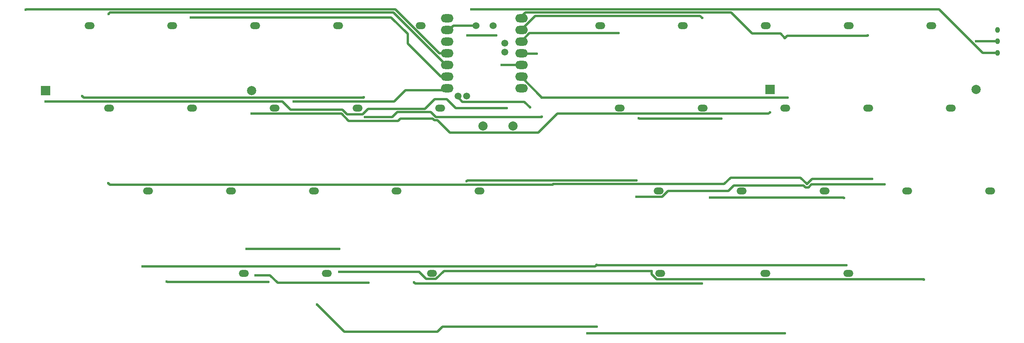
<source format=gbr>
%TF.GenerationSoftware,KiCad,Pcbnew,8.0.7*%
%TF.CreationDate,2025-05-18T22:23:59+09:00*%
%TF.ProjectId,cool436,636f6f6c-3433-4362-9e6b-696361645f70,rev?*%
%TF.SameCoordinates,Original*%
%TF.FileFunction,Copper,L1,Top*%
%TF.FilePolarity,Positive*%
%FSLAX46Y46*%
G04 Gerber Fmt 4.6, Leading zero omitted, Abs format (unit mm)*
G04 Created by KiCad (PCBNEW 8.0.7) date 2025-05-18 22:23:59*
%MOMM*%
%LPD*%
G01*
G04 APERTURE LIST*
%TA.AperFunction,ComponentPad*%
%ADD10O,2.200000X1.500000*%
%TD*%
%TA.AperFunction,ComponentPad*%
%ADD11O,1.000000X1.300000*%
%TD*%
%TA.AperFunction,ComponentPad*%
%ADD12R,2.000000X2.000000*%
%TD*%
%TA.AperFunction,ComponentPad*%
%ADD13C,2.000000*%
%TD*%
%TA.AperFunction,ComponentPad*%
%ADD14O,2.750000X1.800000*%
%TD*%
%TA.AperFunction,ComponentPad*%
%ADD15C,1.500000*%
%TD*%
%TA.AperFunction,ComponentPad*%
%ADD16C,1.524000*%
%TD*%
%TA.AperFunction,ViaPad*%
%ADD17C,0.600000*%
%TD*%
%TA.AperFunction,Conductor*%
%ADD18C,0.500000*%
%TD*%
G04 APERTURE END LIST*
D10*
%TO.P,SW6,*%
%TO.N,*%
X41470000Y-29340000D03*
%TD*%
%TO.P,SW22,*%
%TO.N,*%
X134470000Y-29340000D03*
%TD*%
%TO.P,SW14,*%
%TO.N,*%
X77470000Y-29340000D03*
%TD*%
%TO.P,SW13,*%
%TO.N,*%
X73220000Y-11340000D03*
%TD*%
%TO.P,SW24,*%
%TO.N,*%
X184170000Y-65340000D03*
%TD*%
%TO.P,SW27,*%
%TO.N,*%
X152470000Y-29340000D03*
%TD*%
%TO.P,SW23,*%
%TO.N,*%
X142970000Y-47340000D03*
%TD*%
%TO.P,SW3,*%
%TO.N,*%
X31970000Y-47340000D03*
%TD*%
%TO.P,SW34,*%
%TO.N,*%
X202220000Y-11340000D03*
%TD*%
%TO.P,SW26,*%
%TO.N,*%
X170470000Y-29340000D03*
%TD*%
%TO.P,SW4,*%
%TO.N,*%
X52770000Y-65340000D03*
%TD*%
D11*
%TO.P,SW45,1,A*%
%TO.N,unconnected-(SW45-A-Pad1)*%
X216560000Y-12290000D03*
%TO.P,SW45,2,B*%
%TO.N,Net-(BT1--)*%
X216560000Y-14790000D03*
%TO.P,SW45,3,C*%
%TO.N,GND*%
X216560000Y-17290000D03*
%TD*%
D10*
%TO.P,SW20,*%
%TO.N,*%
X166170000Y-65340000D03*
%TD*%
%TO.P,SW12,*%
%TO.N,*%
X93670000Y-65340000D03*
%TD*%
%TO.P,SW33,*%
%TO.N,*%
X184220000Y-11340000D03*
%TD*%
%TO.P,SW1,*%
%TO.N,*%
X19220000Y-11340000D03*
%TD*%
%TO.P,SW29,*%
%TO.N,*%
X166220000Y-11340000D03*
%TD*%
%TO.P,SW31,*%
%TO.N,*%
X196970000Y-47340000D03*
%TD*%
D12*
%TO.P,BT1,1,+*%
%TO.N,Net-(BT1-+)*%
X167170000Y-25290000D03*
D13*
%TO.P,BT1,2,-*%
%TO.N,Net-(BT1--)*%
X211970000Y-25290000D03*
%TD*%
D10*
%TO.P,SW35,*%
%TO.N,*%
X206470000Y-29340000D03*
%TD*%
%TO.P,SW9,*%
%TO.N,*%
X55220000Y-11340000D03*
%TD*%
%TO.P,SW19,*%
%TO.N,*%
X103970000Y-47340000D03*
%TD*%
%TO.P,SW15,*%
%TO.N,*%
X85970000Y-47340000D03*
%TD*%
D12*
%TO.P,BT2,1,+*%
%TO.N,Bat*%
X9630000Y-25560000D03*
D13*
%TO.P,BT2,2,-*%
%TO.N,Net-(BT1-+)*%
X54430000Y-25560000D03*
%TD*%
D10*
%TO.P,SW2,*%
%TO.N,*%
X23470000Y-29340000D03*
%TD*%
%TO.P,SW8,*%
%TO.N,*%
X70770000Y-65340000D03*
%TD*%
%TO.P,SW16,*%
%TO.N,*%
X143270000Y-65340000D03*
%TD*%
%TO.P,SW17,*%
%TO.N,*%
X91220000Y-11340000D03*
%TD*%
%TO.P,SW36,*%
%TO.N,*%
X214970000Y-47340000D03*
%TD*%
%TO.P,SW32,*%
%TO.N,*%
X178970000Y-47340000D03*
%TD*%
%TO.P,SW7,*%
%TO.N,*%
X49970000Y-47340000D03*
%TD*%
%TO.P,SW21,*%
%TO.N,*%
X130220000Y-11340000D03*
%TD*%
%TO.P,SW5,*%
%TO.N,*%
X37220000Y-11340000D03*
%TD*%
%TO.P,SW11,*%
%TO.N,*%
X67970000Y-47340000D03*
%TD*%
D13*
%TO.P,SW46,1,1*%
%TO.N,RST*%
X104780000Y-33250000D03*
%TO.P,SW46,2,2*%
%TO.N,GND*%
X111280000Y-33250000D03*
%TD*%
D10*
%TO.P,SW30,*%
%TO.N,*%
X188470000Y-29340000D03*
%TD*%
%TO.P,SW18,*%
%TO.N,*%
X95470000Y-29340000D03*
%TD*%
%TO.P,SW28,*%
%TO.N,*%
X160970000Y-47340000D03*
%TD*%
%TO.P,SW10,*%
%TO.N,*%
X59470000Y-29340000D03*
%TD*%
%TO.P,SW25,*%
%TO.N,*%
X148220000Y-11340000D03*
%TD*%
D14*
%TO.P,U1,1,P0.02_A0_D0*%
%TO.N,col8*%
X113160000Y-9804000D03*
%TO.P,U1,2,P0.03_A1_D1*%
%TO.N,col7*%
X113160000Y-12344000D03*
%TO.P,U1,3,P0.28_A2_D2*%
%TO.N,col6*%
X113160000Y-14884000D03*
%TO.P,U1,4,P0.29_A3_D3*%
%TO.N,col5*%
X113160000Y-17424000D03*
%TO.P,U1,5,P0.04_A4_D4_SDA*%
%TO.N,Col4*%
X113160000Y-19964000D03*
%TO.P,U1,6,P0.05_A5_D5_SCL*%
%TO.N,Row0*%
X113160000Y-22504000D03*
%TO.P,U1,7,P1.11_D6_TX*%
%TO.N,Row1*%
X113160000Y-25044000D03*
%TO.P,U1,8,P1.12_D7_RX*%
%TO.N,Col3*%
X96920000Y-25044000D03*
%TO.P,U1,9,P1.13_D8_SCK*%
%TO.N,Col2*%
X96920000Y-22504000D03*
%TO.P,U1,10,P1.14_D9_MISO*%
%TO.N,Col1*%
X96920000Y-19964000D03*
%TO.P,U1,11,P1.15_D10_MOSI*%
%TO.N,Col0*%
X96920000Y-17424000D03*
%TO.P,U1,12,3V3*%
%TO.N,unconnected-(U1-3V3-Pad12)*%
X96920000Y-14884000D03*
%TO.P,U1,13,GND*%
%TO.N,GND*%
X96920000Y-12344000D03*
%TO.P,U1,14,5V*%
%TO.N,VCC*%
X96920000Y-9804000D03*
D15*
%TO.P,U1,15,NFC1_0.09*%
%TO.N,Row2*%
X101204600Y-26736000D03*
%TO.P,U1,16,NFC2_0.10*%
%TO.N,Row3*%
X99325000Y-26736000D03*
%TO.P,U1,20,BATT+*%
%TO.N,Bat*%
X109485000Y-17107000D03*
%TO.P,U1,21,BATT-*%
%TO.N,GND*%
X109485000Y-15202000D03*
D16*
%TO.P,U1,22,RST*%
%TO.N,RST*%
X106920000Y-11354000D03*
%TO.P,U1,23,GND*%
%TO.N,GND*%
X103200000Y-11414000D03*
%TD*%
D17*
%TO.N,Net-(BT1-+)*%
X54430000Y-30540000D03*
X167130000Y-30250000D03*
%TO.N,Bat*%
X109940000Y-29320000D03*
X9650000Y-27920000D03*
%TO.N,Row2*%
X65750000Y-63790000D03*
%TO.N,Col3*%
X68690000Y-72080000D03*
X129450000Y-76940000D03*
%TO.N,Row3*%
X159370000Y-66620000D03*
X168450000Y-66620000D03*
X177580000Y-66620000D03*
X200620000Y-66650000D03*
X148220000Y-66620000D03*
X141390000Y-64820000D03*
X114880000Y-64790000D03*
X114950000Y-29130000D03*
%TO.N,Row2*%
X101210000Y-45260000D03*
X138145000Y-45120000D03*
%TO.N,Row0*%
X117550000Y-31190000D03*
X117570188Y-27070000D03*
X79080000Y-31250000D03*
%TO.N,Row1*%
X112700000Y-46010000D03*
%TO.N,Col4*%
X108840000Y-19964000D03*
%TO.N,RST*%
X101340000Y-13520000D03*
X107660000Y-13520000D03*
%TO.N,Col4*%
X108820000Y-67540000D03*
%TO.N,Col3*%
X63620000Y-27910000D03*
%TO.N,Col2*%
X41260000Y-9570000D03*
%TO.N,Col1*%
X23380000Y-8830000D03*
%TO.N,Col0*%
X5360000Y-7880000D03*
%TO.N,col5*%
X116390000Y-17460000D03*
%TO.N,col6*%
X134240000Y-13030000D03*
%TO.N,col7*%
X152380000Y-9700000D03*
%TO.N,GND*%
X109470000Y-7830000D03*
X102180000Y-7820000D03*
%TO.N,Net-(BT1--)*%
X211940000Y-14800000D03*
%TO.N,Row1*%
X189300000Y-44780000D03*
%TO.N,Row2*%
X143190000Y-63510000D03*
X192030000Y-45950000D03*
X138090000Y-48650000D03*
X129500000Y-63440000D03*
X183700000Y-63510000D03*
%TO.N,Row1*%
X157030000Y-45870000D03*
X175180000Y-45850000D03*
X120060000Y-45870000D03*
%TO.N,Row0*%
X146940000Y-27070000D03*
X153000000Y-27070000D03*
X170930000Y-27060000D03*
X128890000Y-27070000D03*
%TO.N,Row2*%
X46980000Y-63790000D03*
%TO.N,Row3*%
X53380000Y-59970000D03*
X73490000Y-60000000D03*
X73500000Y-65010000D03*
X90830000Y-64950000D03*
%TO.N,Row2*%
X84680000Y-63790000D03*
X104030000Y-63820000D03*
X30720000Y-63790000D03*
%TO.N,Row1*%
X41170000Y-46010000D03*
X59230000Y-46010000D03*
X76140000Y-46010000D03*
X95190000Y-46010000D03*
X23270000Y-45670000D03*
%TO.N,Row0*%
X36970000Y-27010000D03*
X57260000Y-27010000D03*
X72900000Y-27010000D03*
X78840000Y-27000000D03*
X17640000Y-26700000D03*
%TO.N,col8*%
X188410000Y-13510000D03*
X170390000Y-14100000D03*
%TO.N,col7*%
X165070000Y-48790000D03*
X173760000Y-48790000D03*
X183200000Y-48860000D03*
X154090000Y-48790000D03*
%TO.N,col6*%
X156600000Y-31580000D03*
X138620000Y-31520000D03*
%TO.N,col5*%
X170340000Y-78350000D03*
X127440000Y-78390000D03*
%TO.N,Col4*%
X152370000Y-67540000D03*
X89750000Y-67270000D03*
%TO.N,Col2*%
X79850000Y-67350000D03*
X55340000Y-65700000D03*
%TO.N,Col1*%
X36020000Y-67110000D03*
X58130000Y-67160000D03*
%TD*%
D18*
%TO.N,Net-(BT1-+)*%
X75550000Y-32110000D02*
X73980000Y-30540000D01*
X73980000Y-30540000D02*
X54430000Y-30540000D01*
X76100000Y-32110000D02*
X75550000Y-32110000D01*
X86250000Y-32110000D02*
X86770000Y-31590000D01*
X94190050Y-31950000D02*
X94800000Y-31950000D01*
X94800000Y-31950000D02*
X97550000Y-34700000D01*
X86770000Y-31590000D02*
X93830050Y-31590000D01*
X93830050Y-31590000D02*
X94190050Y-31950000D01*
X76100000Y-32110000D02*
X86250000Y-32110000D01*
X97550000Y-34700000D02*
X116790000Y-34700000D01*
X116790000Y-34700000D02*
X120950000Y-30540000D01*
X120950000Y-30540000D02*
X166840000Y-30540000D01*
X166840000Y-30540000D02*
X167130000Y-30250000D01*
%TO.N,Bat*%
X92100000Y-29470000D02*
X92100000Y-29500000D01*
X92100000Y-29500000D02*
X79769339Y-29500000D01*
X79769339Y-29500000D02*
X78589670Y-30679670D01*
X74140000Y-29660000D02*
X62920000Y-29660000D01*
X96850000Y-27350000D02*
X94220000Y-27350000D01*
X109940000Y-29320000D02*
X98820000Y-29320000D01*
X78589670Y-30679670D02*
X75159670Y-30679670D01*
X75159670Y-30679670D02*
X74140000Y-29660000D01*
X94220000Y-27350000D02*
X92100000Y-29470000D01*
X98820000Y-29320000D02*
X96850000Y-27350000D01*
X62920000Y-29660000D02*
X61180000Y-27920000D01*
X61180000Y-27920000D02*
X9650000Y-27920000D01*
%TO.N,Row0*%
X79080000Y-31250000D02*
X85040000Y-31250000D01*
X85040000Y-31250000D02*
X86090000Y-30200000D01*
X86090000Y-30200000D02*
X93430000Y-30200000D01*
X93430000Y-30200000D02*
X94480000Y-31250000D01*
X94480000Y-31250000D02*
X117490000Y-31250000D01*
X117490000Y-31250000D02*
X117550000Y-31190000D01*
%TO.N,Row3*%
X99325000Y-26736000D02*
X99325000Y-26975006D01*
X100285994Y-27936000D02*
X113756000Y-27936000D01*
X99325000Y-26975006D02*
X100285994Y-27936000D01*
X113756000Y-27936000D02*
X114950000Y-29130000D01*
%TO.N,Col3*%
X85400000Y-27910000D02*
X63620000Y-27910000D01*
X97420000Y-25044000D02*
X97022000Y-25442000D01*
X97022000Y-25442000D02*
X87868000Y-25442000D01*
X87868000Y-25442000D02*
X85400000Y-27910000D01*
%TO.N,Row2*%
X84680000Y-63790000D02*
X65750000Y-63790000D01*
X65750000Y-63790000D02*
X46980000Y-63790000D01*
%TO.N,Col3*%
X95930000Y-76940000D02*
X94880000Y-77990000D01*
X74600000Y-77990000D02*
X68690000Y-72080000D01*
X129450000Y-76940000D02*
X95930000Y-76940000D01*
X94880000Y-77990000D02*
X74600000Y-77990000D01*
%TO.N,Row3*%
X148220000Y-66620000D02*
X159370000Y-66620000D01*
X159370000Y-66620000D02*
X168450000Y-66620000D01*
X168450000Y-66620000D02*
X177580000Y-66620000D01*
X177580000Y-66620000D02*
X200590000Y-66620000D01*
X200590000Y-66620000D02*
X200620000Y-66650000D01*
X142502944Y-66620000D02*
X141390000Y-65507056D01*
X148220000Y-66620000D02*
X142502944Y-66620000D01*
X141390000Y-65507056D02*
X141390000Y-64820000D01*
X141360000Y-64790000D02*
X141390000Y-64820000D01*
X114880000Y-64790000D02*
X141360000Y-64790000D01*
X114880000Y-64790000D02*
X96267056Y-64790000D01*
X94517056Y-66540000D02*
X92420000Y-66540000D01*
X96267056Y-64790000D02*
X94517056Y-66540000D01*
X92420000Y-66540000D02*
X90830000Y-64950000D01*
%TO.N,Row2*%
X101350000Y-45120000D02*
X138145000Y-45120000D01*
X101210000Y-45260000D02*
X101350000Y-45120000D01*
%TO.N,Row1*%
X112700000Y-46010000D02*
X119920000Y-46010000D01*
X95190000Y-46010000D02*
X112700000Y-46010000D01*
%TO.N,Row0*%
X128890000Y-27070000D02*
X117570188Y-27070000D01*
X117570188Y-27070000D02*
X113004188Y-22504000D01*
X113004188Y-22504000D02*
X112660000Y-22504000D01*
%TO.N,Row1*%
X119920000Y-46010000D02*
X120060000Y-45870000D01*
%TO.N,Row2*%
X104030000Y-63820000D02*
X129120000Y-63820000D01*
X129120000Y-63820000D02*
X129500000Y-63440000D01*
%TO.N,Col4*%
X112660000Y-19964000D02*
X108840000Y-19964000D01*
%TO.N,RST*%
X107660000Y-13520000D02*
X101340000Y-13520000D01*
%TO.N,Col4*%
X108820000Y-67540000D02*
X152370000Y-67540000D01*
X90020000Y-67540000D02*
X108820000Y-67540000D01*
%TO.N,Col2*%
X41260000Y-9570000D02*
X84800000Y-9570000D01*
X84800000Y-9570000D02*
X88420000Y-13190000D01*
X88420000Y-13190000D02*
X88420000Y-15287056D01*
X88420000Y-15287056D02*
X95636944Y-22504000D01*
X95636944Y-22504000D02*
X97420000Y-22504000D01*
%TO.N,Col1*%
X23670000Y-8540000D02*
X85260000Y-8540000D01*
X23380000Y-8830000D02*
X23670000Y-8540000D01*
X85260000Y-8540000D02*
X96684000Y-19964000D01*
X96684000Y-19964000D02*
X97420000Y-19964000D01*
%TO.N,Col0*%
X85672944Y-7840000D02*
X5400000Y-7840000D01*
X97420000Y-17424000D02*
X95256944Y-17424000D01*
X95256944Y-17424000D02*
X85672944Y-7840000D01*
X5400000Y-7840000D02*
X5360000Y-7880000D01*
%TO.N,col5*%
X116390000Y-17460000D02*
X112696000Y-17460000D01*
X112696000Y-17460000D02*
X112660000Y-17424000D01*
%TO.N,col6*%
X113004188Y-14884000D02*
X114858188Y-13030000D01*
X114858188Y-13030000D02*
X134240000Y-13030000D01*
X112660000Y-14884000D02*
X113004188Y-14884000D01*
%TO.N,col7*%
X151910000Y-9230000D02*
X152380000Y-9700000D01*
X139940000Y-9230000D02*
X151910000Y-9230000D01*
X113004188Y-12344000D02*
X116118188Y-9230000D01*
X112660000Y-12344000D02*
X113004188Y-12344000D01*
X116118188Y-9230000D02*
X139940000Y-9230000D01*
%TO.N,col8*%
X112660000Y-9804000D02*
X113934000Y-8530000D01*
X113934000Y-8530000D02*
X158720000Y-8530000D01*
X158720000Y-8530000D02*
X163290000Y-13100000D01*
X163290000Y-13100000D02*
X169390000Y-13100000D01*
X169390000Y-13100000D02*
X170390000Y-14100000D01*
%TO.N,GND*%
X109470000Y-7830000D02*
X102190000Y-7830000D01*
X130450000Y-7830000D02*
X109470000Y-7830000D01*
X97420000Y-12344000D02*
X98350000Y-11414000D01*
X98350000Y-11414000D02*
X103200000Y-11414000D01*
X102190000Y-7830000D02*
X102180000Y-7820000D01*
X216560000Y-17290000D02*
X213369339Y-17290000D01*
X213369339Y-17290000D02*
X203909339Y-7830000D01*
X203909339Y-7830000D02*
X130450000Y-7830000D01*
%TO.N,Net-(BT1--)*%
X211940000Y-14800000D02*
X216550000Y-14800000D01*
X216550000Y-14800000D02*
X216560000Y-14790000D01*
%TO.N,Row1*%
X176250000Y-44780000D02*
X175180000Y-45850000D01*
X189300000Y-44780000D02*
X176250000Y-44780000D01*
%TO.N,Row2*%
X143190000Y-63510000D02*
X129570000Y-63510000D01*
X174869339Y-46600000D02*
X175490661Y-46600000D01*
X175490661Y-46600000D02*
X176140661Y-45950000D01*
X158080000Y-47360000D02*
X159300000Y-46140000D01*
X174409339Y-46140000D02*
X174869339Y-46600000D01*
X144997056Y-47360000D02*
X157740000Y-47360000D01*
X159300000Y-46140000D02*
X174409339Y-46140000D01*
X176140661Y-45950000D02*
X192030000Y-45950000D01*
X157740000Y-47360000D02*
X158080000Y-47360000D01*
%TO.N,Row1*%
X157030000Y-45870000D02*
X157150000Y-45870000D01*
X158570000Y-44450000D02*
X173780000Y-44450000D01*
X157150000Y-45870000D02*
X158570000Y-44450000D01*
X173780000Y-44450000D02*
X175180000Y-45850000D01*
%TO.N,Row2*%
X143707056Y-48650000D02*
X144997056Y-47360000D01*
X138090000Y-48650000D02*
X143707056Y-48650000D01*
X129570000Y-63510000D02*
X129500000Y-63440000D01*
X183700000Y-63510000D02*
X143190000Y-63510000D01*
%TO.N,Row1*%
X120060000Y-45870000D02*
X157030000Y-45870000D01*
X175160000Y-45870000D02*
X175180000Y-45850000D01*
%TO.N,Row0*%
X128890000Y-27070000D02*
X146940000Y-27070000D01*
X146940000Y-27070000D02*
X153000000Y-27070000D01*
X153000000Y-27070000D02*
X170920000Y-27070000D01*
X170920000Y-27070000D02*
X170930000Y-27060000D01*
%TO.N,Row2*%
X30720000Y-63790000D02*
X46980000Y-63790000D01*
%TO.N,Row3*%
X53400000Y-59990000D02*
X53380000Y-59970000D01*
X53780000Y-59990000D02*
X53400000Y-59990000D01*
X73480000Y-59990000D02*
X73490000Y-60000000D01*
X53780000Y-59990000D02*
X73480000Y-59990000D01*
X73560000Y-64950000D02*
X73500000Y-65010000D01*
X90830000Y-64950000D02*
X73560000Y-64950000D01*
%TO.N,Row2*%
X84680000Y-63790000D02*
X104000000Y-63790000D01*
X104000000Y-63790000D02*
X104030000Y-63820000D01*
%TO.N,Row1*%
X23610000Y-46010000D02*
X41170000Y-46010000D01*
X41170000Y-46010000D02*
X59230000Y-46010000D01*
X59230000Y-46010000D02*
X76140000Y-46010000D01*
X76140000Y-46010000D02*
X95190000Y-46010000D01*
X23270000Y-45670000D02*
X23610000Y-46010000D01*
%TO.N,Row0*%
X17950000Y-27010000D02*
X36970000Y-27010000D01*
X36970000Y-27010000D02*
X57260000Y-27010000D01*
X57260000Y-27010000D02*
X72900000Y-27010000D01*
X72900000Y-27010000D02*
X78830000Y-27010000D01*
X78830000Y-27010000D02*
X78840000Y-27000000D01*
X17640000Y-26700000D02*
X17950000Y-27010000D01*
%TO.N,col8*%
X188330000Y-13590000D02*
X188410000Y-13510000D01*
X170390000Y-14100000D02*
X170900000Y-13590000D01*
X170900000Y-13590000D02*
X188330000Y-13590000D01*
%TO.N,col7*%
X165070000Y-48790000D02*
X173760000Y-48790000D01*
X154090000Y-48790000D02*
X165070000Y-48790000D01*
X173760000Y-48790000D02*
X183130000Y-48790000D01*
X183130000Y-48790000D02*
X183200000Y-48860000D01*
%TO.N,col6*%
X156600000Y-31580000D02*
X138680000Y-31580000D01*
X138680000Y-31580000D02*
X138620000Y-31520000D01*
%TO.N,col5*%
X127440000Y-78390000D02*
X170300000Y-78390000D01*
X170300000Y-78390000D02*
X170340000Y-78350000D01*
%TO.N,Col4*%
X89750000Y-67270000D02*
X90020000Y-67540000D01*
%TO.N,Col2*%
X60110000Y-67350000D02*
X79850000Y-67350000D01*
X55340000Y-65700000D02*
X58460000Y-65700000D01*
X58460000Y-65700000D02*
X60110000Y-67350000D01*
%TO.N,Col1*%
X36070000Y-67160000D02*
X36020000Y-67110000D01*
X58130000Y-67160000D02*
X36070000Y-67160000D01*
%TD*%
M02*

</source>
